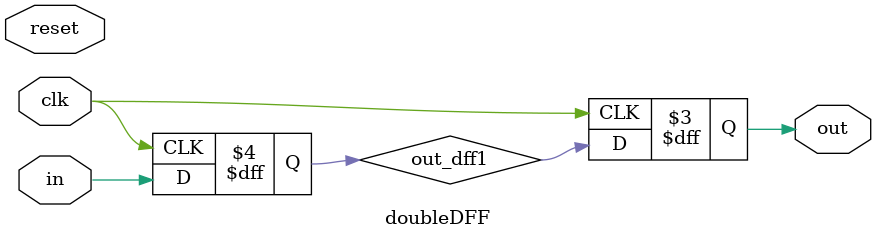
<source format=sv>

module doubleDFF (clk, reset, in, out);

input logic clk, reset;
input logic in;
output logic out;

logic out_dff1;

	always_ff @(posedge clk) begin
		out_dff1 <= in;
	end
	
	always_ff @(posedge clk) begin
		out <= out_dff1;
	end
endmodule
</source>
